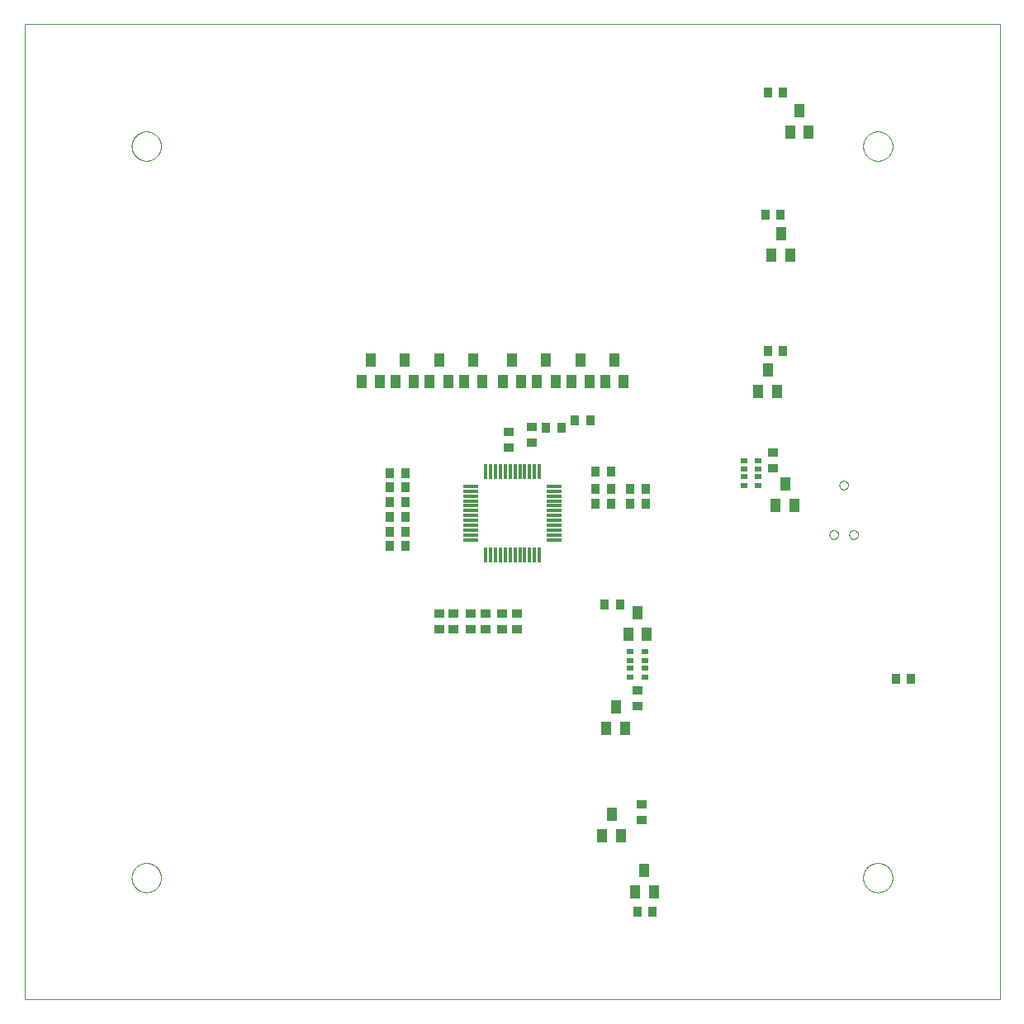
<source format=gtp>
G75*
%MOIN*%
%OFA0B0*%
%FSLAX25Y25*%
%IPPOS*%
%LPD*%
%AMOC8*
5,1,8,0,0,1.08239X$1,22.5*
%
%ADD10C,0.00000*%
%ADD11R,0.01181X0.05906*%
%ADD12R,0.05906X0.01181*%
%ADD13R,0.03937X0.05512*%
%ADD14R,0.03740X0.03937*%
%ADD15R,0.03937X0.03740*%
%ADD16R,0.03150X0.02362*%
%ADD17R,0.03150X0.01969*%
D10*
X0028775Y0011058D02*
X0028775Y0404759D01*
X0422476Y0404759D01*
X0422476Y0011058D01*
X0028775Y0011058D01*
X0072081Y0060271D02*
X0072083Y0060424D01*
X0072089Y0060578D01*
X0072099Y0060731D01*
X0072113Y0060883D01*
X0072131Y0061036D01*
X0072153Y0061187D01*
X0072178Y0061338D01*
X0072208Y0061489D01*
X0072242Y0061639D01*
X0072279Y0061787D01*
X0072320Y0061935D01*
X0072365Y0062081D01*
X0072414Y0062227D01*
X0072467Y0062371D01*
X0072523Y0062513D01*
X0072583Y0062654D01*
X0072647Y0062794D01*
X0072714Y0062932D01*
X0072785Y0063068D01*
X0072860Y0063202D01*
X0072937Y0063334D01*
X0073019Y0063464D01*
X0073103Y0063592D01*
X0073191Y0063718D01*
X0073282Y0063841D01*
X0073376Y0063962D01*
X0073474Y0064080D01*
X0073574Y0064196D01*
X0073678Y0064309D01*
X0073784Y0064420D01*
X0073893Y0064528D01*
X0074005Y0064633D01*
X0074119Y0064734D01*
X0074237Y0064833D01*
X0074356Y0064929D01*
X0074478Y0065022D01*
X0074603Y0065111D01*
X0074730Y0065198D01*
X0074859Y0065280D01*
X0074990Y0065360D01*
X0075123Y0065436D01*
X0075258Y0065509D01*
X0075395Y0065578D01*
X0075534Y0065643D01*
X0075674Y0065705D01*
X0075816Y0065763D01*
X0075959Y0065818D01*
X0076104Y0065869D01*
X0076250Y0065916D01*
X0076397Y0065959D01*
X0076545Y0065998D01*
X0076694Y0066034D01*
X0076844Y0066065D01*
X0076995Y0066093D01*
X0077146Y0066117D01*
X0077299Y0066137D01*
X0077451Y0066153D01*
X0077604Y0066165D01*
X0077757Y0066173D01*
X0077910Y0066177D01*
X0078064Y0066177D01*
X0078217Y0066173D01*
X0078370Y0066165D01*
X0078523Y0066153D01*
X0078675Y0066137D01*
X0078828Y0066117D01*
X0078979Y0066093D01*
X0079130Y0066065D01*
X0079280Y0066034D01*
X0079429Y0065998D01*
X0079577Y0065959D01*
X0079724Y0065916D01*
X0079870Y0065869D01*
X0080015Y0065818D01*
X0080158Y0065763D01*
X0080300Y0065705D01*
X0080440Y0065643D01*
X0080579Y0065578D01*
X0080716Y0065509D01*
X0080851Y0065436D01*
X0080984Y0065360D01*
X0081115Y0065280D01*
X0081244Y0065198D01*
X0081371Y0065111D01*
X0081496Y0065022D01*
X0081618Y0064929D01*
X0081737Y0064833D01*
X0081855Y0064734D01*
X0081969Y0064633D01*
X0082081Y0064528D01*
X0082190Y0064420D01*
X0082296Y0064309D01*
X0082400Y0064196D01*
X0082500Y0064080D01*
X0082598Y0063962D01*
X0082692Y0063841D01*
X0082783Y0063718D01*
X0082871Y0063592D01*
X0082955Y0063464D01*
X0083037Y0063334D01*
X0083114Y0063202D01*
X0083189Y0063068D01*
X0083260Y0062932D01*
X0083327Y0062794D01*
X0083391Y0062654D01*
X0083451Y0062513D01*
X0083507Y0062371D01*
X0083560Y0062227D01*
X0083609Y0062081D01*
X0083654Y0061935D01*
X0083695Y0061787D01*
X0083732Y0061639D01*
X0083766Y0061489D01*
X0083796Y0061338D01*
X0083821Y0061187D01*
X0083843Y0061036D01*
X0083861Y0060883D01*
X0083875Y0060731D01*
X0083885Y0060578D01*
X0083891Y0060424D01*
X0083893Y0060271D01*
X0083891Y0060118D01*
X0083885Y0059964D01*
X0083875Y0059811D01*
X0083861Y0059659D01*
X0083843Y0059506D01*
X0083821Y0059355D01*
X0083796Y0059204D01*
X0083766Y0059053D01*
X0083732Y0058903D01*
X0083695Y0058755D01*
X0083654Y0058607D01*
X0083609Y0058461D01*
X0083560Y0058315D01*
X0083507Y0058171D01*
X0083451Y0058029D01*
X0083391Y0057888D01*
X0083327Y0057748D01*
X0083260Y0057610D01*
X0083189Y0057474D01*
X0083114Y0057340D01*
X0083037Y0057208D01*
X0082955Y0057078D01*
X0082871Y0056950D01*
X0082783Y0056824D01*
X0082692Y0056701D01*
X0082598Y0056580D01*
X0082500Y0056462D01*
X0082400Y0056346D01*
X0082296Y0056233D01*
X0082190Y0056122D01*
X0082081Y0056014D01*
X0081969Y0055909D01*
X0081855Y0055808D01*
X0081737Y0055709D01*
X0081618Y0055613D01*
X0081496Y0055520D01*
X0081371Y0055431D01*
X0081244Y0055344D01*
X0081115Y0055262D01*
X0080984Y0055182D01*
X0080851Y0055106D01*
X0080716Y0055033D01*
X0080579Y0054964D01*
X0080440Y0054899D01*
X0080300Y0054837D01*
X0080158Y0054779D01*
X0080015Y0054724D01*
X0079870Y0054673D01*
X0079724Y0054626D01*
X0079577Y0054583D01*
X0079429Y0054544D01*
X0079280Y0054508D01*
X0079130Y0054477D01*
X0078979Y0054449D01*
X0078828Y0054425D01*
X0078675Y0054405D01*
X0078523Y0054389D01*
X0078370Y0054377D01*
X0078217Y0054369D01*
X0078064Y0054365D01*
X0077910Y0054365D01*
X0077757Y0054369D01*
X0077604Y0054377D01*
X0077451Y0054389D01*
X0077299Y0054405D01*
X0077146Y0054425D01*
X0076995Y0054449D01*
X0076844Y0054477D01*
X0076694Y0054508D01*
X0076545Y0054544D01*
X0076397Y0054583D01*
X0076250Y0054626D01*
X0076104Y0054673D01*
X0075959Y0054724D01*
X0075816Y0054779D01*
X0075674Y0054837D01*
X0075534Y0054899D01*
X0075395Y0054964D01*
X0075258Y0055033D01*
X0075123Y0055106D01*
X0074990Y0055182D01*
X0074859Y0055262D01*
X0074730Y0055344D01*
X0074603Y0055431D01*
X0074478Y0055520D01*
X0074356Y0055613D01*
X0074237Y0055709D01*
X0074119Y0055808D01*
X0074005Y0055909D01*
X0073893Y0056014D01*
X0073784Y0056122D01*
X0073678Y0056233D01*
X0073574Y0056346D01*
X0073474Y0056462D01*
X0073376Y0056580D01*
X0073282Y0056701D01*
X0073191Y0056824D01*
X0073103Y0056950D01*
X0073019Y0057078D01*
X0072937Y0057208D01*
X0072860Y0057340D01*
X0072785Y0057474D01*
X0072714Y0057610D01*
X0072647Y0057748D01*
X0072583Y0057888D01*
X0072523Y0058029D01*
X0072467Y0058171D01*
X0072414Y0058315D01*
X0072365Y0058461D01*
X0072320Y0058607D01*
X0072279Y0058755D01*
X0072242Y0058903D01*
X0072208Y0059053D01*
X0072178Y0059204D01*
X0072153Y0059355D01*
X0072131Y0059506D01*
X0072113Y0059659D01*
X0072099Y0059811D01*
X0072089Y0059964D01*
X0072083Y0060118D01*
X0072081Y0060271D01*
X0353733Y0198735D02*
X0353735Y0198818D01*
X0353741Y0198901D01*
X0353751Y0198984D01*
X0353765Y0199066D01*
X0353782Y0199148D01*
X0353804Y0199228D01*
X0353829Y0199307D01*
X0353858Y0199385D01*
X0353891Y0199462D01*
X0353928Y0199537D01*
X0353967Y0199610D01*
X0354011Y0199681D01*
X0354057Y0199750D01*
X0354107Y0199817D01*
X0354160Y0199881D01*
X0354216Y0199943D01*
X0354275Y0200002D01*
X0354337Y0200058D01*
X0354401Y0200111D01*
X0354468Y0200161D01*
X0354537Y0200207D01*
X0354608Y0200251D01*
X0354681Y0200290D01*
X0354756Y0200327D01*
X0354833Y0200360D01*
X0354911Y0200389D01*
X0354990Y0200414D01*
X0355070Y0200436D01*
X0355152Y0200453D01*
X0355234Y0200467D01*
X0355317Y0200477D01*
X0355400Y0200483D01*
X0355483Y0200485D01*
X0355566Y0200483D01*
X0355649Y0200477D01*
X0355732Y0200467D01*
X0355814Y0200453D01*
X0355896Y0200436D01*
X0355976Y0200414D01*
X0356055Y0200389D01*
X0356133Y0200360D01*
X0356210Y0200327D01*
X0356285Y0200290D01*
X0356358Y0200251D01*
X0356429Y0200207D01*
X0356498Y0200161D01*
X0356565Y0200111D01*
X0356629Y0200058D01*
X0356691Y0200002D01*
X0356750Y0199943D01*
X0356806Y0199881D01*
X0356859Y0199817D01*
X0356909Y0199750D01*
X0356955Y0199681D01*
X0356999Y0199610D01*
X0357038Y0199537D01*
X0357075Y0199462D01*
X0357108Y0199385D01*
X0357137Y0199307D01*
X0357162Y0199228D01*
X0357184Y0199148D01*
X0357201Y0199066D01*
X0357215Y0198984D01*
X0357225Y0198901D01*
X0357231Y0198818D01*
X0357233Y0198735D01*
X0357231Y0198652D01*
X0357225Y0198569D01*
X0357215Y0198486D01*
X0357201Y0198404D01*
X0357184Y0198322D01*
X0357162Y0198242D01*
X0357137Y0198163D01*
X0357108Y0198085D01*
X0357075Y0198008D01*
X0357038Y0197933D01*
X0356999Y0197860D01*
X0356955Y0197789D01*
X0356909Y0197720D01*
X0356859Y0197653D01*
X0356806Y0197589D01*
X0356750Y0197527D01*
X0356691Y0197468D01*
X0356629Y0197412D01*
X0356565Y0197359D01*
X0356498Y0197309D01*
X0356429Y0197263D01*
X0356358Y0197219D01*
X0356285Y0197180D01*
X0356210Y0197143D01*
X0356133Y0197110D01*
X0356055Y0197081D01*
X0355976Y0197056D01*
X0355896Y0197034D01*
X0355814Y0197017D01*
X0355732Y0197003D01*
X0355649Y0196993D01*
X0355566Y0196987D01*
X0355483Y0196985D01*
X0355400Y0196987D01*
X0355317Y0196993D01*
X0355234Y0197003D01*
X0355152Y0197017D01*
X0355070Y0197034D01*
X0354990Y0197056D01*
X0354911Y0197081D01*
X0354833Y0197110D01*
X0354756Y0197143D01*
X0354681Y0197180D01*
X0354608Y0197219D01*
X0354537Y0197263D01*
X0354468Y0197309D01*
X0354401Y0197359D01*
X0354337Y0197412D01*
X0354275Y0197468D01*
X0354216Y0197527D01*
X0354160Y0197589D01*
X0354107Y0197653D01*
X0354057Y0197720D01*
X0354011Y0197789D01*
X0353967Y0197860D01*
X0353928Y0197933D01*
X0353891Y0198008D01*
X0353858Y0198085D01*
X0353829Y0198163D01*
X0353804Y0198242D01*
X0353782Y0198322D01*
X0353765Y0198404D01*
X0353751Y0198486D01*
X0353741Y0198569D01*
X0353735Y0198652D01*
X0353733Y0198735D01*
X0361733Y0198735D02*
X0361735Y0198818D01*
X0361741Y0198901D01*
X0361751Y0198984D01*
X0361765Y0199066D01*
X0361782Y0199148D01*
X0361804Y0199228D01*
X0361829Y0199307D01*
X0361858Y0199385D01*
X0361891Y0199462D01*
X0361928Y0199537D01*
X0361967Y0199610D01*
X0362011Y0199681D01*
X0362057Y0199750D01*
X0362107Y0199817D01*
X0362160Y0199881D01*
X0362216Y0199943D01*
X0362275Y0200002D01*
X0362337Y0200058D01*
X0362401Y0200111D01*
X0362468Y0200161D01*
X0362537Y0200207D01*
X0362608Y0200251D01*
X0362681Y0200290D01*
X0362756Y0200327D01*
X0362833Y0200360D01*
X0362911Y0200389D01*
X0362990Y0200414D01*
X0363070Y0200436D01*
X0363152Y0200453D01*
X0363234Y0200467D01*
X0363317Y0200477D01*
X0363400Y0200483D01*
X0363483Y0200485D01*
X0363566Y0200483D01*
X0363649Y0200477D01*
X0363732Y0200467D01*
X0363814Y0200453D01*
X0363896Y0200436D01*
X0363976Y0200414D01*
X0364055Y0200389D01*
X0364133Y0200360D01*
X0364210Y0200327D01*
X0364285Y0200290D01*
X0364358Y0200251D01*
X0364429Y0200207D01*
X0364498Y0200161D01*
X0364565Y0200111D01*
X0364629Y0200058D01*
X0364691Y0200002D01*
X0364750Y0199943D01*
X0364806Y0199881D01*
X0364859Y0199817D01*
X0364909Y0199750D01*
X0364955Y0199681D01*
X0364999Y0199610D01*
X0365038Y0199537D01*
X0365075Y0199462D01*
X0365108Y0199385D01*
X0365137Y0199307D01*
X0365162Y0199228D01*
X0365184Y0199148D01*
X0365201Y0199066D01*
X0365215Y0198984D01*
X0365225Y0198901D01*
X0365231Y0198818D01*
X0365233Y0198735D01*
X0365231Y0198652D01*
X0365225Y0198569D01*
X0365215Y0198486D01*
X0365201Y0198404D01*
X0365184Y0198322D01*
X0365162Y0198242D01*
X0365137Y0198163D01*
X0365108Y0198085D01*
X0365075Y0198008D01*
X0365038Y0197933D01*
X0364999Y0197860D01*
X0364955Y0197789D01*
X0364909Y0197720D01*
X0364859Y0197653D01*
X0364806Y0197589D01*
X0364750Y0197527D01*
X0364691Y0197468D01*
X0364629Y0197412D01*
X0364565Y0197359D01*
X0364498Y0197309D01*
X0364429Y0197263D01*
X0364358Y0197219D01*
X0364285Y0197180D01*
X0364210Y0197143D01*
X0364133Y0197110D01*
X0364055Y0197081D01*
X0363976Y0197056D01*
X0363896Y0197034D01*
X0363814Y0197017D01*
X0363732Y0197003D01*
X0363649Y0196993D01*
X0363566Y0196987D01*
X0363483Y0196985D01*
X0363400Y0196987D01*
X0363317Y0196993D01*
X0363234Y0197003D01*
X0363152Y0197017D01*
X0363070Y0197034D01*
X0362990Y0197056D01*
X0362911Y0197081D01*
X0362833Y0197110D01*
X0362756Y0197143D01*
X0362681Y0197180D01*
X0362608Y0197219D01*
X0362537Y0197263D01*
X0362468Y0197309D01*
X0362401Y0197359D01*
X0362337Y0197412D01*
X0362275Y0197468D01*
X0362216Y0197527D01*
X0362160Y0197589D01*
X0362107Y0197653D01*
X0362057Y0197720D01*
X0362011Y0197789D01*
X0361967Y0197860D01*
X0361928Y0197933D01*
X0361891Y0198008D01*
X0361858Y0198085D01*
X0361829Y0198163D01*
X0361804Y0198242D01*
X0361782Y0198322D01*
X0361765Y0198404D01*
X0361751Y0198486D01*
X0361741Y0198569D01*
X0361735Y0198652D01*
X0361733Y0198735D01*
X0357733Y0218735D02*
X0357735Y0218818D01*
X0357741Y0218901D01*
X0357751Y0218984D01*
X0357765Y0219066D01*
X0357782Y0219148D01*
X0357804Y0219228D01*
X0357829Y0219307D01*
X0357858Y0219385D01*
X0357891Y0219462D01*
X0357928Y0219537D01*
X0357967Y0219610D01*
X0358011Y0219681D01*
X0358057Y0219750D01*
X0358107Y0219817D01*
X0358160Y0219881D01*
X0358216Y0219943D01*
X0358275Y0220002D01*
X0358337Y0220058D01*
X0358401Y0220111D01*
X0358468Y0220161D01*
X0358537Y0220207D01*
X0358608Y0220251D01*
X0358681Y0220290D01*
X0358756Y0220327D01*
X0358833Y0220360D01*
X0358911Y0220389D01*
X0358990Y0220414D01*
X0359070Y0220436D01*
X0359152Y0220453D01*
X0359234Y0220467D01*
X0359317Y0220477D01*
X0359400Y0220483D01*
X0359483Y0220485D01*
X0359566Y0220483D01*
X0359649Y0220477D01*
X0359732Y0220467D01*
X0359814Y0220453D01*
X0359896Y0220436D01*
X0359976Y0220414D01*
X0360055Y0220389D01*
X0360133Y0220360D01*
X0360210Y0220327D01*
X0360285Y0220290D01*
X0360358Y0220251D01*
X0360429Y0220207D01*
X0360498Y0220161D01*
X0360565Y0220111D01*
X0360629Y0220058D01*
X0360691Y0220002D01*
X0360750Y0219943D01*
X0360806Y0219881D01*
X0360859Y0219817D01*
X0360909Y0219750D01*
X0360955Y0219681D01*
X0360999Y0219610D01*
X0361038Y0219537D01*
X0361075Y0219462D01*
X0361108Y0219385D01*
X0361137Y0219307D01*
X0361162Y0219228D01*
X0361184Y0219148D01*
X0361201Y0219066D01*
X0361215Y0218984D01*
X0361225Y0218901D01*
X0361231Y0218818D01*
X0361233Y0218735D01*
X0361231Y0218652D01*
X0361225Y0218569D01*
X0361215Y0218486D01*
X0361201Y0218404D01*
X0361184Y0218322D01*
X0361162Y0218242D01*
X0361137Y0218163D01*
X0361108Y0218085D01*
X0361075Y0218008D01*
X0361038Y0217933D01*
X0360999Y0217860D01*
X0360955Y0217789D01*
X0360909Y0217720D01*
X0360859Y0217653D01*
X0360806Y0217589D01*
X0360750Y0217527D01*
X0360691Y0217468D01*
X0360629Y0217412D01*
X0360565Y0217359D01*
X0360498Y0217309D01*
X0360429Y0217263D01*
X0360358Y0217219D01*
X0360285Y0217180D01*
X0360210Y0217143D01*
X0360133Y0217110D01*
X0360055Y0217081D01*
X0359976Y0217056D01*
X0359896Y0217034D01*
X0359814Y0217017D01*
X0359732Y0217003D01*
X0359649Y0216993D01*
X0359566Y0216987D01*
X0359483Y0216985D01*
X0359400Y0216987D01*
X0359317Y0216993D01*
X0359234Y0217003D01*
X0359152Y0217017D01*
X0359070Y0217034D01*
X0358990Y0217056D01*
X0358911Y0217081D01*
X0358833Y0217110D01*
X0358756Y0217143D01*
X0358681Y0217180D01*
X0358608Y0217219D01*
X0358537Y0217263D01*
X0358468Y0217309D01*
X0358401Y0217359D01*
X0358337Y0217412D01*
X0358275Y0217468D01*
X0358216Y0217527D01*
X0358160Y0217589D01*
X0358107Y0217653D01*
X0358057Y0217720D01*
X0358011Y0217789D01*
X0357967Y0217860D01*
X0357928Y0217933D01*
X0357891Y0218008D01*
X0357858Y0218085D01*
X0357829Y0218163D01*
X0357804Y0218242D01*
X0357782Y0218322D01*
X0357765Y0218404D01*
X0357751Y0218486D01*
X0357741Y0218569D01*
X0357735Y0218652D01*
X0357733Y0218735D01*
X0367357Y0355546D02*
X0367359Y0355699D01*
X0367365Y0355853D01*
X0367375Y0356006D01*
X0367389Y0356158D01*
X0367407Y0356311D01*
X0367429Y0356462D01*
X0367454Y0356613D01*
X0367484Y0356764D01*
X0367518Y0356914D01*
X0367555Y0357062D01*
X0367596Y0357210D01*
X0367641Y0357356D01*
X0367690Y0357502D01*
X0367743Y0357646D01*
X0367799Y0357788D01*
X0367859Y0357929D01*
X0367923Y0358069D01*
X0367990Y0358207D01*
X0368061Y0358343D01*
X0368136Y0358477D01*
X0368213Y0358609D01*
X0368295Y0358739D01*
X0368379Y0358867D01*
X0368467Y0358993D01*
X0368558Y0359116D01*
X0368652Y0359237D01*
X0368750Y0359355D01*
X0368850Y0359471D01*
X0368954Y0359584D01*
X0369060Y0359695D01*
X0369169Y0359803D01*
X0369281Y0359908D01*
X0369395Y0360009D01*
X0369513Y0360108D01*
X0369632Y0360204D01*
X0369754Y0360297D01*
X0369879Y0360386D01*
X0370006Y0360473D01*
X0370135Y0360555D01*
X0370266Y0360635D01*
X0370399Y0360711D01*
X0370534Y0360784D01*
X0370671Y0360853D01*
X0370810Y0360918D01*
X0370950Y0360980D01*
X0371092Y0361038D01*
X0371235Y0361093D01*
X0371380Y0361144D01*
X0371526Y0361191D01*
X0371673Y0361234D01*
X0371821Y0361273D01*
X0371970Y0361309D01*
X0372120Y0361340D01*
X0372271Y0361368D01*
X0372422Y0361392D01*
X0372575Y0361412D01*
X0372727Y0361428D01*
X0372880Y0361440D01*
X0373033Y0361448D01*
X0373186Y0361452D01*
X0373340Y0361452D01*
X0373493Y0361448D01*
X0373646Y0361440D01*
X0373799Y0361428D01*
X0373951Y0361412D01*
X0374104Y0361392D01*
X0374255Y0361368D01*
X0374406Y0361340D01*
X0374556Y0361309D01*
X0374705Y0361273D01*
X0374853Y0361234D01*
X0375000Y0361191D01*
X0375146Y0361144D01*
X0375291Y0361093D01*
X0375434Y0361038D01*
X0375576Y0360980D01*
X0375716Y0360918D01*
X0375855Y0360853D01*
X0375992Y0360784D01*
X0376127Y0360711D01*
X0376260Y0360635D01*
X0376391Y0360555D01*
X0376520Y0360473D01*
X0376647Y0360386D01*
X0376772Y0360297D01*
X0376894Y0360204D01*
X0377013Y0360108D01*
X0377131Y0360009D01*
X0377245Y0359908D01*
X0377357Y0359803D01*
X0377466Y0359695D01*
X0377572Y0359584D01*
X0377676Y0359471D01*
X0377776Y0359355D01*
X0377874Y0359237D01*
X0377968Y0359116D01*
X0378059Y0358993D01*
X0378147Y0358867D01*
X0378231Y0358739D01*
X0378313Y0358609D01*
X0378390Y0358477D01*
X0378465Y0358343D01*
X0378536Y0358207D01*
X0378603Y0358069D01*
X0378667Y0357929D01*
X0378727Y0357788D01*
X0378783Y0357646D01*
X0378836Y0357502D01*
X0378885Y0357356D01*
X0378930Y0357210D01*
X0378971Y0357062D01*
X0379008Y0356914D01*
X0379042Y0356764D01*
X0379072Y0356613D01*
X0379097Y0356462D01*
X0379119Y0356311D01*
X0379137Y0356158D01*
X0379151Y0356006D01*
X0379161Y0355853D01*
X0379167Y0355699D01*
X0379169Y0355546D01*
X0379167Y0355393D01*
X0379161Y0355239D01*
X0379151Y0355086D01*
X0379137Y0354934D01*
X0379119Y0354781D01*
X0379097Y0354630D01*
X0379072Y0354479D01*
X0379042Y0354328D01*
X0379008Y0354178D01*
X0378971Y0354030D01*
X0378930Y0353882D01*
X0378885Y0353736D01*
X0378836Y0353590D01*
X0378783Y0353446D01*
X0378727Y0353304D01*
X0378667Y0353163D01*
X0378603Y0353023D01*
X0378536Y0352885D01*
X0378465Y0352749D01*
X0378390Y0352615D01*
X0378313Y0352483D01*
X0378231Y0352353D01*
X0378147Y0352225D01*
X0378059Y0352099D01*
X0377968Y0351976D01*
X0377874Y0351855D01*
X0377776Y0351737D01*
X0377676Y0351621D01*
X0377572Y0351508D01*
X0377466Y0351397D01*
X0377357Y0351289D01*
X0377245Y0351184D01*
X0377131Y0351083D01*
X0377013Y0350984D01*
X0376894Y0350888D01*
X0376772Y0350795D01*
X0376647Y0350706D01*
X0376520Y0350619D01*
X0376391Y0350537D01*
X0376260Y0350457D01*
X0376127Y0350381D01*
X0375992Y0350308D01*
X0375855Y0350239D01*
X0375716Y0350174D01*
X0375576Y0350112D01*
X0375434Y0350054D01*
X0375291Y0349999D01*
X0375146Y0349948D01*
X0375000Y0349901D01*
X0374853Y0349858D01*
X0374705Y0349819D01*
X0374556Y0349783D01*
X0374406Y0349752D01*
X0374255Y0349724D01*
X0374104Y0349700D01*
X0373951Y0349680D01*
X0373799Y0349664D01*
X0373646Y0349652D01*
X0373493Y0349644D01*
X0373340Y0349640D01*
X0373186Y0349640D01*
X0373033Y0349644D01*
X0372880Y0349652D01*
X0372727Y0349664D01*
X0372575Y0349680D01*
X0372422Y0349700D01*
X0372271Y0349724D01*
X0372120Y0349752D01*
X0371970Y0349783D01*
X0371821Y0349819D01*
X0371673Y0349858D01*
X0371526Y0349901D01*
X0371380Y0349948D01*
X0371235Y0349999D01*
X0371092Y0350054D01*
X0370950Y0350112D01*
X0370810Y0350174D01*
X0370671Y0350239D01*
X0370534Y0350308D01*
X0370399Y0350381D01*
X0370266Y0350457D01*
X0370135Y0350537D01*
X0370006Y0350619D01*
X0369879Y0350706D01*
X0369754Y0350795D01*
X0369632Y0350888D01*
X0369513Y0350984D01*
X0369395Y0351083D01*
X0369281Y0351184D01*
X0369169Y0351289D01*
X0369060Y0351397D01*
X0368954Y0351508D01*
X0368850Y0351621D01*
X0368750Y0351737D01*
X0368652Y0351855D01*
X0368558Y0351976D01*
X0368467Y0352099D01*
X0368379Y0352225D01*
X0368295Y0352353D01*
X0368213Y0352483D01*
X0368136Y0352615D01*
X0368061Y0352749D01*
X0367990Y0352885D01*
X0367923Y0353023D01*
X0367859Y0353163D01*
X0367799Y0353304D01*
X0367743Y0353446D01*
X0367690Y0353590D01*
X0367641Y0353736D01*
X0367596Y0353882D01*
X0367555Y0354030D01*
X0367518Y0354178D01*
X0367484Y0354328D01*
X0367454Y0354479D01*
X0367429Y0354630D01*
X0367407Y0354781D01*
X0367389Y0354934D01*
X0367375Y0355086D01*
X0367365Y0355239D01*
X0367359Y0355393D01*
X0367357Y0355546D01*
X0072081Y0355546D02*
X0072083Y0355699D01*
X0072089Y0355853D01*
X0072099Y0356006D01*
X0072113Y0356158D01*
X0072131Y0356311D01*
X0072153Y0356462D01*
X0072178Y0356613D01*
X0072208Y0356764D01*
X0072242Y0356914D01*
X0072279Y0357062D01*
X0072320Y0357210D01*
X0072365Y0357356D01*
X0072414Y0357502D01*
X0072467Y0357646D01*
X0072523Y0357788D01*
X0072583Y0357929D01*
X0072647Y0358069D01*
X0072714Y0358207D01*
X0072785Y0358343D01*
X0072860Y0358477D01*
X0072937Y0358609D01*
X0073019Y0358739D01*
X0073103Y0358867D01*
X0073191Y0358993D01*
X0073282Y0359116D01*
X0073376Y0359237D01*
X0073474Y0359355D01*
X0073574Y0359471D01*
X0073678Y0359584D01*
X0073784Y0359695D01*
X0073893Y0359803D01*
X0074005Y0359908D01*
X0074119Y0360009D01*
X0074237Y0360108D01*
X0074356Y0360204D01*
X0074478Y0360297D01*
X0074603Y0360386D01*
X0074730Y0360473D01*
X0074859Y0360555D01*
X0074990Y0360635D01*
X0075123Y0360711D01*
X0075258Y0360784D01*
X0075395Y0360853D01*
X0075534Y0360918D01*
X0075674Y0360980D01*
X0075816Y0361038D01*
X0075959Y0361093D01*
X0076104Y0361144D01*
X0076250Y0361191D01*
X0076397Y0361234D01*
X0076545Y0361273D01*
X0076694Y0361309D01*
X0076844Y0361340D01*
X0076995Y0361368D01*
X0077146Y0361392D01*
X0077299Y0361412D01*
X0077451Y0361428D01*
X0077604Y0361440D01*
X0077757Y0361448D01*
X0077910Y0361452D01*
X0078064Y0361452D01*
X0078217Y0361448D01*
X0078370Y0361440D01*
X0078523Y0361428D01*
X0078675Y0361412D01*
X0078828Y0361392D01*
X0078979Y0361368D01*
X0079130Y0361340D01*
X0079280Y0361309D01*
X0079429Y0361273D01*
X0079577Y0361234D01*
X0079724Y0361191D01*
X0079870Y0361144D01*
X0080015Y0361093D01*
X0080158Y0361038D01*
X0080300Y0360980D01*
X0080440Y0360918D01*
X0080579Y0360853D01*
X0080716Y0360784D01*
X0080851Y0360711D01*
X0080984Y0360635D01*
X0081115Y0360555D01*
X0081244Y0360473D01*
X0081371Y0360386D01*
X0081496Y0360297D01*
X0081618Y0360204D01*
X0081737Y0360108D01*
X0081855Y0360009D01*
X0081969Y0359908D01*
X0082081Y0359803D01*
X0082190Y0359695D01*
X0082296Y0359584D01*
X0082400Y0359471D01*
X0082500Y0359355D01*
X0082598Y0359237D01*
X0082692Y0359116D01*
X0082783Y0358993D01*
X0082871Y0358867D01*
X0082955Y0358739D01*
X0083037Y0358609D01*
X0083114Y0358477D01*
X0083189Y0358343D01*
X0083260Y0358207D01*
X0083327Y0358069D01*
X0083391Y0357929D01*
X0083451Y0357788D01*
X0083507Y0357646D01*
X0083560Y0357502D01*
X0083609Y0357356D01*
X0083654Y0357210D01*
X0083695Y0357062D01*
X0083732Y0356914D01*
X0083766Y0356764D01*
X0083796Y0356613D01*
X0083821Y0356462D01*
X0083843Y0356311D01*
X0083861Y0356158D01*
X0083875Y0356006D01*
X0083885Y0355853D01*
X0083891Y0355699D01*
X0083893Y0355546D01*
X0083891Y0355393D01*
X0083885Y0355239D01*
X0083875Y0355086D01*
X0083861Y0354934D01*
X0083843Y0354781D01*
X0083821Y0354630D01*
X0083796Y0354479D01*
X0083766Y0354328D01*
X0083732Y0354178D01*
X0083695Y0354030D01*
X0083654Y0353882D01*
X0083609Y0353736D01*
X0083560Y0353590D01*
X0083507Y0353446D01*
X0083451Y0353304D01*
X0083391Y0353163D01*
X0083327Y0353023D01*
X0083260Y0352885D01*
X0083189Y0352749D01*
X0083114Y0352615D01*
X0083037Y0352483D01*
X0082955Y0352353D01*
X0082871Y0352225D01*
X0082783Y0352099D01*
X0082692Y0351976D01*
X0082598Y0351855D01*
X0082500Y0351737D01*
X0082400Y0351621D01*
X0082296Y0351508D01*
X0082190Y0351397D01*
X0082081Y0351289D01*
X0081969Y0351184D01*
X0081855Y0351083D01*
X0081737Y0350984D01*
X0081618Y0350888D01*
X0081496Y0350795D01*
X0081371Y0350706D01*
X0081244Y0350619D01*
X0081115Y0350537D01*
X0080984Y0350457D01*
X0080851Y0350381D01*
X0080716Y0350308D01*
X0080579Y0350239D01*
X0080440Y0350174D01*
X0080300Y0350112D01*
X0080158Y0350054D01*
X0080015Y0349999D01*
X0079870Y0349948D01*
X0079724Y0349901D01*
X0079577Y0349858D01*
X0079429Y0349819D01*
X0079280Y0349783D01*
X0079130Y0349752D01*
X0078979Y0349724D01*
X0078828Y0349700D01*
X0078675Y0349680D01*
X0078523Y0349664D01*
X0078370Y0349652D01*
X0078217Y0349644D01*
X0078064Y0349640D01*
X0077910Y0349640D01*
X0077757Y0349644D01*
X0077604Y0349652D01*
X0077451Y0349664D01*
X0077299Y0349680D01*
X0077146Y0349700D01*
X0076995Y0349724D01*
X0076844Y0349752D01*
X0076694Y0349783D01*
X0076545Y0349819D01*
X0076397Y0349858D01*
X0076250Y0349901D01*
X0076104Y0349948D01*
X0075959Y0349999D01*
X0075816Y0350054D01*
X0075674Y0350112D01*
X0075534Y0350174D01*
X0075395Y0350239D01*
X0075258Y0350308D01*
X0075123Y0350381D01*
X0074990Y0350457D01*
X0074859Y0350537D01*
X0074730Y0350619D01*
X0074603Y0350706D01*
X0074478Y0350795D01*
X0074356Y0350888D01*
X0074237Y0350984D01*
X0074119Y0351083D01*
X0074005Y0351184D01*
X0073893Y0351289D01*
X0073784Y0351397D01*
X0073678Y0351508D01*
X0073574Y0351621D01*
X0073474Y0351737D01*
X0073376Y0351855D01*
X0073282Y0351976D01*
X0073191Y0352099D01*
X0073103Y0352225D01*
X0073019Y0352353D01*
X0072937Y0352483D01*
X0072860Y0352615D01*
X0072785Y0352749D01*
X0072714Y0352885D01*
X0072647Y0353023D01*
X0072583Y0353163D01*
X0072523Y0353304D01*
X0072467Y0353446D01*
X0072414Y0353590D01*
X0072365Y0353736D01*
X0072320Y0353882D01*
X0072279Y0354030D01*
X0072242Y0354178D01*
X0072208Y0354328D01*
X0072178Y0354479D01*
X0072153Y0354630D01*
X0072131Y0354781D01*
X0072113Y0354934D01*
X0072099Y0355086D01*
X0072089Y0355239D01*
X0072083Y0355393D01*
X0072081Y0355546D01*
X0367357Y0060271D02*
X0367359Y0060424D01*
X0367365Y0060578D01*
X0367375Y0060731D01*
X0367389Y0060883D01*
X0367407Y0061036D01*
X0367429Y0061187D01*
X0367454Y0061338D01*
X0367484Y0061489D01*
X0367518Y0061639D01*
X0367555Y0061787D01*
X0367596Y0061935D01*
X0367641Y0062081D01*
X0367690Y0062227D01*
X0367743Y0062371D01*
X0367799Y0062513D01*
X0367859Y0062654D01*
X0367923Y0062794D01*
X0367990Y0062932D01*
X0368061Y0063068D01*
X0368136Y0063202D01*
X0368213Y0063334D01*
X0368295Y0063464D01*
X0368379Y0063592D01*
X0368467Y0063718D01*
X0368558Y0063841D01*
X0368652Y0063962D01*
X0368750Y0064080D01*
X0368850Y0064196D01*
X0368954Y0064309D01*
X0369060Y0064420D01*
X0369169Y0064528D01*
X0369281Y0064633D01*
X0369395Y0064734D01*
X0369513Y0064833D01*
X0369632Y0064929D01*
X0369754Y0065022D01*
X0369879Y0065111D01*
X0370006Y0065198D01*
X0370135Y0065280D01*
X0370266Y0065360D01*
X0370399Y0065436D01*
X0370534Y0065509D01*
X0370671Y0065578D01*
X0370810Y0065643D01*
X0370950Y0065705D01*
X0371092Y0065763D01*
X0371235Y0065818D01*
X0371380Y0065869D01*
X0371526Y0065916D01*
X0371673Y0065959D01*
X0371821Y0065998D01*
X0371970Y0066034D01*
X0372120Y0066065D01*
X0372271Y0066093D01*
X0372422Y0066117D01*
X0372575Y0066137D01*
X0372727Y0066153D01*
X0372880Y0066165D01*
X0373033Y0066173D01*
X0373186Y0066177D01*
X0373340Y0066177D01*
X0373493Y0066173D01*
X0373646Y0066165D01*
X0373799Y0066153D01*
X0373951Y0066137D01*
X0374104Y0066117D01*
X0374255Y0066093D01*
X0374406Y0066065D01*
X0374556Y0066034D01*
X0374705Y0065998D01*
X0374853Y0065959D01*
X0375000Y0065916D01*
X0375146Y0065869D01*
X0375291Y0065818D01*
X0375434Y0065763D01*
X0375576Y0065705D01*
X0375716Y0065643D01*
X0375855Y0065578D01*
X0375992Y0065509D01*
X0376127Y0065436D01*
X0376260Y0065360D01*
X0376391Y0065280D01*
X0376520Y0065198D01*
X0376647Y0065111D01*
X0376772Y0065022D01*
X0376894Y0064929D01*
X0377013Y0064833D01*
X0377131Y0064734D01*
X0377245Y0064633D01*
X0377357Y0064528D01*
X0377466Y0064420D01*
X0377572Y0064309D01*
X0377676Y0064196D01*
X0377776Y0064080D01*
X0377874Y0063962D01*
X0377968Y0063841D01*
X0378059Y0063718D01*
X0378147Y0063592D01*
X0378231Y0063464D01*
X0378313Y0063334D01*
X0378390Y0063202D01*
X0378465Y0063068D01*
X0378536Y0062932D01*
X0378603Y0062794D01*
X0378667Y0062654D01*
X0378727Y0062513D01*
X0378783Y0062371D01*
X0378836Y0062227D01*
X0378885Y0062081D01*
X0378930Y0061935D01*
X0378971Y0061787D01*
X0379008Y0061639D01*
X0379042Y0061489D01*
X0379072Y0061338D01*
X0379097Y0061187D01*
X0379119Y0061036D01*
X0379137Y0060883D01*
X0379151Y0060731D01*
X0379161Y0060578D01*
X0379167Y0060424D01*
X0379169Y0060271D01*
X0379167Y0060118D01*
X0379161Y0059964D01*
X0379151Y0059811D01*
X0379137Y0059659D01*
X0379119Y0059506D01*
X0379097Y0059355D01*
X0379072Y0059204D01*
X0379042Y0059053D01*
X0379008Y0058903D01*
X0378971Y0058755D01*
X0378930Y0058607D01*
X0378885Y0058461D01*
X0378836Y0058315D01*
X0378783Y0058171D01*
X0378727Y0058029D01*
X0378667Y0057888D01*
X0378603Y0057748D01*
X0378536Y0057610D01*
X0378465Y0057474D01*
X0378390Y0057340D01*
X0378313Y0057208D01*
X0378231Y0057078D01*
X0378147Y0056950D01*
X0378059Y0056824D01*
X0377968Y0056701D01*
X0377874Y0056580D01*
X0377776Y0056462D01*
X0377676Y0056346D01*
X0377572Y0056233D01*
X0377466Y0056122D01*
X0377357Y0056014D01*
X0377245Y0055909D01*
X0377131Y0055808D01*
X0377013Y0055709D01*
X0376894Y0055613D01*
X0376772Y0055520D01*
X0376647Y0055431D01*
X0376520Y0055344D01*
X0376391Y0055262D01*
X0376260Y0055182D01*
X0376127Y0055106D01*
X0375992Y0055033D01*
X0375855Y0054964D01*
X0375716Y0054899D01*
X0375576Y0054837D01*
X0375434Y0054779D01*
X0375291Y0054724D01*
X0375146Y0054673D01*
X0375000Y0054626D01*
X0374853Y0054583D01*
X0374705Y0054544D01*
X0374556Y0054508D01*
X0374406Y0054477D01*
X0374255Y0054449D01*
X0374104Y0054425D01*
X0373951Y0054405D01*
X0373799Y0054389D01*
X0373646Y0054377D01*
X0373493Y0054369D01*
X0373340Y0054365D01*
X0373186Y0054365D01*
X0373033Y0054369D01*
X0372880Y0054377D01*
X0372727Y0054389D01*
X0372575Y0054405D01*
X0372422Y0054425D01*
X0372271Y0054449D01*
X0372120Y0054477D01*
X0371970Y0054508D01*
X0371821Y0054544D01*
X0371673Y0054583D01*
X0371526Y0054626D01*
X0371380Y0054673D01*
X0371235Y0054724D01*
X0371092Y0054779D01*
X0370950Y0054837D01*
X0370810Y0054899D01*
X0370671Y0054964D01*
X0370534Y0055033D01*
X0370399Y0055106D01*
X0370266Y0055182D01*
X0370135Y0055262D01*
X0370006Y0055344D01*
X0369879Y0055431D01*
X0369754Y0055520D01*
X0369632Y0055613D01*
X0369513Y0055709D01*
X0369395Y0055808D01*
X0369281Y0055909D01*
X0369169Y0056014D01*
X0369060Y0056122D01*
X0368954Y0056233D01*
X0368850Y0056346D01*
X0368750Y0056462D01*
X0368652Y0056580D01*
X0368558Y0056701D01*
X0368467Y0056824D01*
X0368379Y0056950D01*
X0368295Y0057078D01*
X0368213Y0057208D01*
X0368136Y0057340D01*
X0368061Y0057474D01*
X0367990Y0057610D01*
X0367923Y0057748D01*
X0367859Y0057888D01*
X0367799Y0058029D01*
X0367743Y0058171D01*
X0367690Y0058315D01*
X0367641Y0058461D01*
X0367596Y0058607D01*
X0367555Y0058755D01*
X0367518Y0058903D01*
X0367484Y0059053D01*
X0367454Y0059204D01*
X0367429Y0059355D01*
X0367407Y0059506D01*
X0367389Y0059659D01*
X0367375Y0059811D01*
X0367365Y0059964D01*
X0367359Y0060118D01*
X0367357Y0060271D01*
D11*
X0236649Y0190704D03*
X0234680Y0190704D03*
X0232712Y0190704D03*
X0230743Y0190704D03*
X0228775Y0190704D03*
X0226806Y0190704D03*
X0224838Y0190704D03*
X0222869Y0190704D03*
X0220901Y0190704D03*
X0218932Y0190704D03*
X0216964Y0190704D03*
X0214995Y0190704D03*
X0214995Y0224169D03*
X0216964Y0224169D03*
X0218932Y0224169D03*
X0220901Y0224169D03*
X0222869Y0224169D03*
X0224838Y0224169D03*
X0226806Y0224169D03*
X0228775Y0224169D03*
X0230743Y0224169D03*
X0232712Y0224169D03*
X0234680Y0224169D03*
X0236649Y0224169D03*
D12*
X0242554Y0218263D03*
X0242554Y0216294D03*
X0242554Y0214326D03*
X0242554Y0212357D03*
X0242554Y0210389D03*
X0242554Y0208420D03*
X0242554Y0206452D03*
X0242554Y0204483D03*
X0242554Y0202515D03*
X0242554Y0200546D03*
X0242554Y0198578D03*
X0242554Y0196609D03*
X0209090Y0196609D03*
X0209090Y0198578D03*
X0209090Y0200546D03*
X0209090Y0202515D03*
X0209090Y0204483D03*
X0209090Y0206452D03*
X0209090Y0208420D03*
X0209090Y0210389D03*
X0209090Y0212357D03*
X0209090Y0214326D03*
X0209090Y0216294D03*
X0209090Y0218263D03*
D13*
X0206137Y0260665D03*
X0213617Y0260665D03*
X0221885Y0260665D03*
X0229365Y0260665D03*
X0235665Y0260665D03*
X0243145Y0260665D03*
X0249444Y0260665D03*
X0256924Y0260665D03*
X0263224Y0260665D03*
X0270704Y0260665D03*
X0266964Y0269326D03*
X0253184Y0269326D03*
X0239405Y0269326D03*
X0225625Y0269326D03*
X0209877Y0269326D03*
X0199838Y0260665D03*
X0192357Y0260665D03*
X0186058Y0260665D03*
X0178578Y0260665D03*
X0172279Y0260665D03*
X0164798Y0260665D03*
X0168539Y0269326D03*
X0182318Y0269326D03*
X0196098Y0269326D03*
X0276216Y0167121D03*
X0279956Y0158460D03*
X0272476Y0158460D03*
X0267456Y0129070D03*
X0271196Y0120409D03*
X0263716Y0120409D03*
X0265822Y0085940D03*
X0262082Y0077279D03*
X0269562Y0077279D03*
X0279090Y0063302D03*
X0282830Y0054641D03*
X0275350Y0054641D03*
X0332043Y0210625D03*
X0339523Y0210625D03*
X0335783Y0219287D03*
X0332515Y0256413D03*
X0325035Y0256413D03*
X0328775Y0265074D03*
X0330428Y0311531D03*
X0337909Y0311531D03*
X0334169Y0320192D03*
X0337791Y0361058D03*
X0345271Y0361058D03*
X0341531Y0369720D03*
D14*
X0335074Y0377200D03*
X0328775Y0377200D03*
X0327791Y0327987D03*
X0334090Y0327987D03*
X0335074Y0272869D03*
X0328775Y0272869D03*
X0279464Y0217259D03*
X0279464Y0211354D03*
X0273165Y0211354D03*
X0273165Y0217259D03*
X0265684Y0217259D03*
X0265684Y0211354D03*
X0259385Y0211354D03*
X0259385Y0217259D03*
X0259385Y0224149D03*
X0265684Y0224149D03*
X0257318Y0244818D03*
X0251019Y0244818D03*
X0245507Y0241865D03*
X0239208Y0241865D03*
X0182515Y0223657D03*
X0176216Y0223657D03*
X0176216Y0217751D03*
X0176216Y0211846D03*
X0176216Y0205940D03*
X0182515Y0205940D03*
X0182515Y0211846D03*
X0182515Y0217751D03*
X0182515Y0200035D03*
X0182515Y0194129D03*
X0176216Y0194129D03*
X0176216Y0200035D03*
X0262830Y0170507D03*
X0269129Y0170507D03*
X0380448Y0140487D03*
X0386747Y0140487D03*
X0282417Y0046491D03*
X0276117Y0046491D03*
D15*
X0277791Y0083696D03*
X0277791Y0089995D03*
X0276314Y0129464D03*
X0276314Y0135763D03*
X0227594Y0160468D03*
X0221688Y0160468D03*
X0221688Y0166767D03*
X0227594Y0166767D03*
X0214798Y0166767D03*
X0208893Y0166767D03*
X0208893Y0160468D03*
X0214798Y0160468D03*
X0202003Y0160468D03*
X0202003Y0166767D03*
X0196098Y0166767D03*
X0196098Y0160468D03*
X0224149Y0233794D03*
X0224149Y0240094D03*
X0233499Y0242062D03*
X0233499Y0235763D03*
X0330940Y0231728D03*
X0330940Y0225428D03*
D16*
X0325035Y0228676D03*
X0319129Y0228676D03*
X0319129Y0218637D03*
X0325035Y0218637D03*
X0279267Y0151413D03*
X0273361Y0151413D03*
X0273361Y0141373D03*
X0279267Y0141373D03*
D17*
X0279267Y0144818D03*
X0279267Y0147968D03*
X0273361Y0147968D03*
X0273361Y0144818D03*
X0319129Y0222082D03*
X0319129Y0225231D03*
X0325035Y0225231D03*
X0325035Y0222082D03*
M02*

</source>
